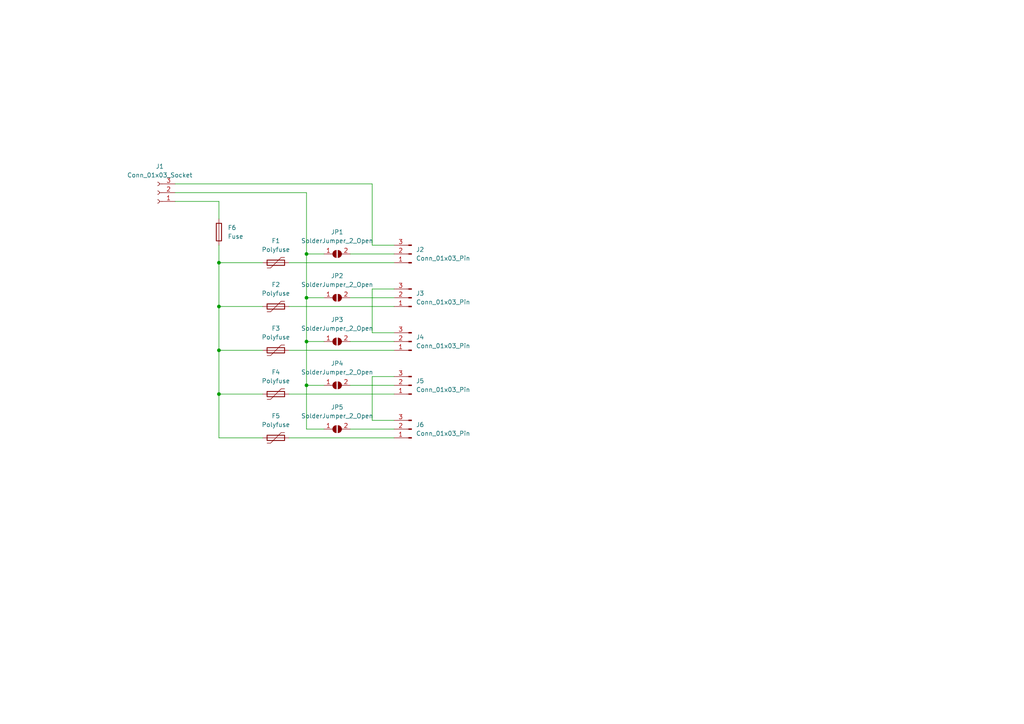
<source format=kicad_sch>
(kicad_sch (version 20231120) (generator "eeschema") (generator_version "8.0")
  (paper "A4")
  (lib_symbols
    (symbol "Connector:Conn_01x03_Pin" (pin_names (offset 1.016) hide)
      (property "Reference" "J" (at 0 5.08 0))
      (property "Value" "Conn_01x03_Pin" (at 0 -5.08 0))
      (symbol "Conn_01x03_Pin_1_1"
        (polyline (pts (xy 1.27 -2.54) (xy 0.8636 -2.54)) (stroke (width 0.1524)))
        (polyline (pts (xy 1.27 0) (xy 0.8636 0)) (stroke (width 0.1524)))
        (polyline (pts (xy 1.27 2.54) (xy 0.8636 2.54)) (stroke (width 0.1524)))
        (rectangle (start 0.8636 -2.413) (end 0 -2.667) (stroke (width 0.1524)) (fill (type outline)))
        (rectangle (start 0.8636 0.127) (end 0 -0.127) (stroke (width 0.1524)) (fill (type outline)))
        (rectangle (start 0.8636 2.667) (end 0 2.413) (stroke (width 0.1524)) (fill (type outline)))
        (pin passive line (at 5.08 2.54 180) (length 3.81) (name "Pin_1") (number "1"))
        (pin passive line (at 5.08 0 180) (length 3.81) (name "Pin_2") (number "2"))
        (pin passive line (at 5.08 -2.54 180) (length 3.81) (name "Pin_3") (number "3"))
      )
    )
    (symbol "Connector:Conn_01x03_Socket" (pin_names (offset 1.016) hide)
      (property "Reference" "J" (at 0 5.08 0))
      (property "Value" "Conn_01x03_Socket" (at 0 -5.08 0))
      (symbol "Conn_01x03_Socket_1_1"
        (arc (start 0 -2.032) (mid -0.5058 -2.54) (end 0 -3.048) (stroke (width 0.1524)))
        (polyline (pts (xy -1.27 -2.54) (xy -0.508 -2.54)) (stroke (width 0.1524)))
        (polyline (pts (xy -1.27 0) (xy -0.508 0)) (stroke (width 0.1524)))
        (polyline (pts (xy -1.27 2.54) (xy -0.508 2.54)) (stroke (width 0.1524)))
        (arc (start 0 0.508) (mid -0.5058 0) (end 0 -0.508) (stroke (width 0.1524)))
        (arc (start 0 3.048) (mid -0.5058 2.54) (end 0 2.032) (stroke (width 0.1524)))
        (pin passive line (at -5.08 2.54 0) (length 3.81) (name "Pin_1") (number "1"))
        (pin passive line (at -5.08 0 0) (length 3.81) (name "Pin_2") (number "2"))
        (pin passive line (at -5.08 -2.54 0) (length 3.81) (name "Pin_3") (number "3"))
      )
    )
    (symbol "Device:Fuse" (pin_numbers hide) (pin_names (offset 0))
      (property "Reference" "F" (at 2.032 0 90))
      (property "Value" "Fuse" (at -1.905 0 90))
      (symbol "Fuse_0_1"
        (rectangle (start -0.762 -2.54) (end 0.762 2.54) (stroke (width 0.254)))
        (polyline (pts (xy 0 2.54) (xy 0 -2.54)))
      )
      (symbol "Fuse_1_1"
        (pin passive line (at 0 3.81 270) (length 1.27) (name "~") (number "1"))
        (pin passive line (at 0 -3.81 90) (length 1.27) (name "~") (number "2"))
      )
    )
    (symbol "Device:Polyfuse" (pin_numbers hide) (pin_names (offset 0))
      (property "Reference" "F" (at -2.54 0 90))
      (property "Value" "Polyfuse" (at 2.54 0 90))
      (symbol "Polyfuse_0_1"
        (rectangle (start -0.762 2.54) (end 0.762 -2.54) (stroke (width 0.254)))
        (polyline (pts (xy 0 2.54) (xy 0 -2.54)))
        (polyline (pts (xy -1.524 2.54) (xy -1.524 1.524) (xy 1.524 -1.524) (xy 1.524 -2.54)))
      )
      (symbol "Polyfuse_1_1"
        (pin passive line (at 0 3.81 270) (length 1.27) (name "~") (number "1"))
        (pin passive line (at 0 -3.81 90) (length 1.27) (name "~") (number "2"))
      )
    )
    (symbol "Jumper:SolderJumper_2_Open" (pin_names (offset 0) hide)
      (property "Reference" "JP" (at 0 2.032 0))
      (property "Value" "SolderJumper_2_Open" (at 0 -2.54 0))
      (symbol "SolderJumper_2_Open_0_1"
        (arc (start -0.254 1.016) (mid -1.2656 0) (end -0.254 -1.016))
        (arc (start -0.254 1.016) (mid -1.2656 0) (end -0.254 -1.016) (fill (type outline)))
        (polyline (pts (xy -0.254 1.016) (xy -0.254 -1.016)))
        (polyline (pts (xy 0.254 1.016) (xy 0.254 -1.016)))
        (arc (start 0.254 -1.016) (mid 1.2656 0) (end 0.254 1.016))
        (arc (start 0.254 -1.016) (mid 1.2656 0) (end 0.254 1.016) (fill (type outline)))
      )
      (symbol "SolderJumper_2_Open_1_1"
        (pin passive line (at -3.81 0 0) (length 2.54) (name "A") (number "1"))
        (pin passive line (at 3.81 0 180) (length 2.54) (name "B") (number "2"))
      )
    )
  )
  (junction (at 63.5 114.3))
  (junction (at 88.9 86.36))
  (junction (at 88.9 73.66))
  (junction (at 88.9 111.76))
  (junction (at 88.9 99.06))
  (junction (at 63.5 101.6))
  (junction (at 63.5 88.9))
  (junction (at 63.5 76.2))
  (wire (pts (xy 83.82 114.3) (xy 114.3 114.3)))
  (wire (pts (xy 63.5 76.2) (xy 63.5 88.9)))
  (wire (pts (xy 63.5 114.3) (xy 76.2 114.3)))
  (wire (pts (xy 114.3 109.22) (xy 107.95 109.22)))
  (wire (pts (xy 88.9 99.06) (xy 88.9 111.76)))
  (wire (pts (xy 63.5 101.6) (xy 63.5 114.3)))
  (wire (pts (xy 83.82 127) (xy 114.3 127)))
  (wire (pts (xy 88.9 73.66) (xy 88.9 86.36)))
  (wire (pts (xy 107.95 96.52) (xy 114.3 96.52)))
  (wire (pts (xy 101.6 111.76) (xy 114.3 111.76)))
  (wire (pts (xy 114.3 73.66) (xy 101.6 73.66)))
  (wire (pts (xy 101.6 99.06) (xy 114.3 99.06)))
  (wire (pts (xy 88.9 124.46) (xy 93.98 124.46)))
  (wire (pts (xy 50.8 55.88) (xy 88.9 55.88)))
  (wire (pts (xy 107.95 71.12) (xy 114.3 71.12)))
  (wire (pts (xy 50.8 53.34) (xy 107.95 53.34)))
  (wire (pts (xy 83.82 101.6) (xy 114.3 101.6)))
  (wire (pts (xy 107.95 121.92) (xy 114.3 121.92)))
  (wire (pts (xy 63.5 101.6) (xy 76.2 101.6)))
  (wire (pts (xy 88.9 86.36) (xy 93.98 86.36)))
  (wire (pts (xy 63.5 114.3) (xy 63.5 127)))
  (wire (pts (xy 63.5 71.12) (xy 63.5 76.2)))
  (wire (pts (xy 88.9 111.76) (xy 93.98 111.76)))
  (wire (pts (xy 88.9 111.76) (xy 88.9 124.46)))
  (wire (pts (xy 88.9 86.36) (xy 88.9 99.06)))
  (wire (pts (xy 83.82 88.9) (xy 114.3 88.9)))
  (wire (pts (xy 88.9 55.88) (xy 88.9 73.66)))
  (wire (pts (xy 83.82 76.2) (xy 114.3 76.2)))
  (wire (pts (xy 88.9 99.06) (xy 93.98 99.06)))
  (wire (pts (xy 63.5 88.9) (xy 76.2 88.9)))
  (wire (pts (xy 107.95 83.82) (xy 107.95 96.52)))
  (wire (pts (xy 107.95 53.34) (xy 107.95 71.12)))
  (wire (pts (xy 50.8 58.42) (xy 63.5 58.42)))
  (wire (pts (xy 93.98 73.66) (xy 88.9 73.66)))
  (wire (pts (xy 101.6 86.36) (xy 114.3 86.36)))
  (wire (pts (xy 63.5 88.9) (xy 63.5 101.6)))
  (wire (pts (xy 114.3 83.82) (xy 107.95 83.82)))
  (wire (pts (xy 63.5 76.2) (xy 76.2 76.2)))
  (wire (pts (xy 107.95 109.22) (xy 107.95 121.92)))
  (wire (pts (xy 63.5 127) (xy 76.2 127)))
  (wire (pts (xy 101.6 124.46) (xy 114.3 124.46)))
  (wire (pts (xy 63.5 58.42) (xy 63.5 63.5)))
  (symbol (lib_id "Device:Polyfuse") (at 80.01 76.2 90) (unit 1)
    (property "Reference" "F1" (at 80.01 69.85 90))
    (property "Value" "Polyfuse" (at 80.01 72.39 90))
    (property "Footprint" "Fuse:Fuse_1206_3216Metric_Pad1.42x1.75mm_HandSolder" (effects (hide yes)))
    (property "Description" "Resettable fuse, polymeric positive temperature coefficient" (effects (hide yes)))
  )
  (symbol (lib_id "Jumper:SolderJumper_2_Open") (at 97.79 124.46 0) (unit 1)
    (property "Reference" "JP5" (at 97.79 118.11 0))
    (property "Value" "SolderJumper_2_Open" (at 97.79 120.65 0))
    (property "Footprint" "Jumper:SolderJumper-2_P1.3mm_Open_RoundedPad1.0x1.5mm" (effects (hide yes)))
    (property "Description" "Solder Jumper, 2-pole, open" (effects (hide yes)))
  )
  (symbol (lib_id "Connector:Conn_01x03_Pin") (at 119.38 111.76 180) (unit 1)
    (property "Reference" "J5" (at 120.65 110.4899 0) (effects (justify right)))
    (property "Value" "Conn_01x03_Pin" (at 120.65 113.0299 0) (effects (justify right)))
    (property "Footprint" "LEDStrips:LED Strip Castlation" (effects (hide yes)))
    (property "Description" "Generic connector, single row, 01x03, script generated" (effects (hide yes)))
  )
  (symbol (lib_id "Device:Polyfuse") (at 80.01 127 90) (unit 1)
    (property "Reference" "F5" (at 80.01 120.65 90))
    (property "Value" "Polyfuse" (at 80.01 123.19 90))
    (property "Footprint" "Fuse:Fuse_1206_3216Metric_Pad1.42x1.75mm_HandSolder" (effects (hide yes)))
    (property "Description" "Resettable fuse, polymeric positive temperature coefficient" (effects (hide yes)))
  )
  (symbol (lib_id "Jumper:SolderJumper_2_Open") (at 97.79 73.66 0) (unit 1)
    (property "Reference" "JP1" (at 97.79 67.31 0))
    (property "Value" "SolderJumper_2_Open" (at 97.79 69.85 0))
    (property "Footprint" "Jumper:SolderJumper-2_P1.3mm_Open_RoundedPad1.0x1.5mm" (effects (hide yes)))
    (property "Description" "Solder Jumper, 2-pole, open" (effects (hide yes)))
  )
  (symbol (lib_id "Connector:Conn_01x03_Pin") (at 119.38 124.46 180) (unit 1)
    (property "Reference" "J6" (at 120.65 123.1899 0) (effects (justify right)))
    (property "Value" "Conn_01x03_Pin" (at 120.65 125.7299 0) (effects (justify right)))
    (property "Footprint" "LEDStrips:LED Strip Castlation" (effects (hide yes)))
    (property "Description" "Generic connector, single row, 01x03, script generated" (effects (hide yes)))
  )
  (symbol (lib_id "Device:Polyfuse") (at 80.01 101.6 90) (unit 1)
    (property "Reference" "F3" (at 80.01 95.25 90))
    (property "Value" "Polyfuse" (at 80.01 97.79 90))
    (property "Footprint" "Fuse:Fuse_1206_3216Metric_Pad1.42x1.75mm_HandSolder" (effects (hide yes)))
    (property "Description" "Resettable fuse, polymeric positive temperature coefficient" (effects (hide yes)))
  )
  (symbol (lib_id "Connector:Conn_01x03_Pin") (at 119.38 73.66 180) (unit 1)
    (property "Reference" "J2" (at 120.65 72.3899 0) (effects (justify right)))
    (property "Value" "Conn_01x03_Pin" (at 120.65 74.9299 0) (effects (justify right)))
    (property "Footprint" "LEDStrips:LED Strip Castlation" (effects (hide yes)))
    (property "Description" "Generic connector, single row, 01x03, script generated" (effects (hide yes)))
  )
  (symbol (lib_id "Jumper:SolderJumper_2_Open") (at 97.79 99.06 0) (unit 1)
    (property "Reference" "JP3" (at 97.79 92.71 0))
    (property "Value" "SolderJumper_2_Open" (at 97.79 95.25 0))
    (property "Footprint" "Jumper:SolderJumper-2_P1.3mm_Open_RoundedPad1.0x1.5mm" (effects (hide yes)))
    (property "Description" "Solder Jumper, 2-pole, open" (effects (hide yes)))
  )
  (symbol (lib_id "Device:Polyfuse") (at 80.01 114.3 90) (unit 1)
    (property "Reference" "F4" (at 80.01 107.95 90))
    (property "Value" "Polyfuse" (at 80.01 110.49 90))
    (property "Footprint" "Fuse:Fuse_1206_3216Metric_Pad1.42x1.75mm_HandSolder" (effects (hide yes)))
    (property "Description" "Resettable fuse, polymeric positive temperature coefficient" (effects (hide yes)))
  )
  (symbol (lib_id "Jumper:SolderJumper_2_Open") (at 97.79 111.76 0) (unit 1)
    (property "Reference" "JP4" (at 97.79 105.41 0))
    (property "Value" "SolderJumper_2_Open" (at 97.79 107.95 0))
    (property "Footprint" "Jumper:SolderJumper-2_P1.3mm_Open_RoundedPad1.0x1.5mm" (effects (hide yes)))
    (property "Description" "Solder Jumper, 2-pole, open" (effects (hide yes)))
  )
  (symbol (lib_id "Device:Polyfuse") (at 80.01 88.9 90) (unit 1)
    (property "Reference" "F2" (at 80.01 82.55 90))
    (property "Value" "Polyfuse" (at 80.01 85.09 90))
    (property "Footprint" "Fuse:Fuse_1206_3216Metric_Pad1.42x1.75mm_HandSolder" (effects (hide yes)))
    (property "Description" "Resettable fuse, polymeric positive temperature coefficient" (effects (hide yes)))
  )
  (symbol (lib_id "Connector:Conn_01x03_Pin") (at 119.38 86.36 180) (unit 1)
    (property "Reference" "J3" (at 120.65 85.0899 0) (effects (justify right)))
    (property "Value" "Conn_01x03_Pin" (at 120.65 87.6299 0) (effects (justify right)))
    (property "Footprint" "LEDStrips:LED Strip Castlation" (effects (hide yes)))
    (property "Description" "Generic connector, single row, 01x03, script generated" (effects (hide yes)))
  )
  (symbol (lib_id "Connector:Conn_01x03_Socket") (at 45.72 55.88 180) (unit 1)
    (property "Reference" "J1" (at 46.355 48.26 0))
    (property "Value" "Conn_01x03_Socket" (at 46.355 50.8 0))
    (property "Footprint" "TerminalBlock_Phoenix:TerminalBlock_Phoenix_MKDS-3-3-5.08_1x03_P5.08mm_Horizontal" (effects (hide yes)))
    (property "Description" "Generic connector, single row, 01x03, script generated" (effects (hide yes)))
  )
  (symbol (lib_id "Connector:Conn_01x03_Pin") (at 119.38 99.06 180) (unit 1)
    (property "Reference" "J4" (at 120.65 97.7899 0) (effects (justify right)))
    (property "Value" "Conn_01x03_Pin" (at 120.65 100.3299 0) (effects (justify right)))
    (property "Footprint" "LEDStrips:LED Strip Castlation" (effects (hide yes)))
    (property "Description" "Generic connector, single row, 01x03, script generated" (effects (hide yes)))
  )
  (symbol (lib_id "Device:Fuse") (at 63.5 67.31 180) (unit 1)
    (property "Reference" "F6" (at 66.04 66.0399 0) (effects (justify right)))
    (property "Value" "Fuse" (at 66.04 68.5799 0) (effects (justify right)))
    (property "Footprint" "Fuse:Fuseholder_Blade_Mini_Keystone_3568" (effects (hide yes)))
    (property "Description" "Fuse" (effects (hide yes)))
  )
  (symbol (lib_id "Jumper:SolderJumper_2_Open") (at 97.79 86.36 0) (unit 1)
    (property "Reference" "JP2" (at 97.79 80.01 0))
    (property "Value" "SolderJumper_2_Open" (at 97.79 82.55 0))
    (property "Footprint" "Jumper:SolderJumper-2_P1.3mm_Open_RoundedPad1.0x1.5mm" (effects (hide yes)))
    (property "Description" "Solder Jumper, 2-pole, open" (effects (hide yes)))
  )
)
</source>
